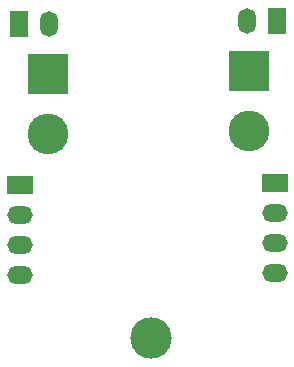
<source format=gbl>
%FSTAX24Y24*%
%MOIN*%
G70*
G01*
G75*
G04 Layer_Physical_Order=2*
G04 Layer_Color=16711680*
%ADD10R,0.0500X0.0550*%
%ADD11R,0.0910X0.0220*%
%ADD12C,0.0450*%
%ADD13C,0.0200*%
%ADD14C,0.0160*%
%ADD15C,0.0071*%
%ADD16R,0.1360X0.1360*%
%ADD17C,0.1360*%
%ADD18R,0.0850X0.0600*%
%ADD19O,0.0850X0.0600*%
%ADD20O,0.0600X0.0850*%
%ADD21R,0.0600X0.0850*%
%ADD22C,0.1380*%
D16*
X03955Y0264D02*
D03*
X04625Y0265D02*
D03*
D17*
X03955Y0244D02*
D03*
X04625Y0245D02*
D03*
D18*
X038615Y022691D02*
D03*
X047115Y022741D02*
D03*
D19*
X038615Y021691D02*
D03*
Y020691D02*
D03*
Y019691D02*
D03*
X047115Y021741D02*
D03*
Y020741D02*
D03*
Y019741D02*
D03*
D20*
X0462Y02815D02*
D03*
X0396Y02805D02*
D03*
D21*
X0472Y02815D02*
D03*
X0386Y02805D02*
D03*
D22*
X043Y0176D02*
D03*
M02*

</source>
